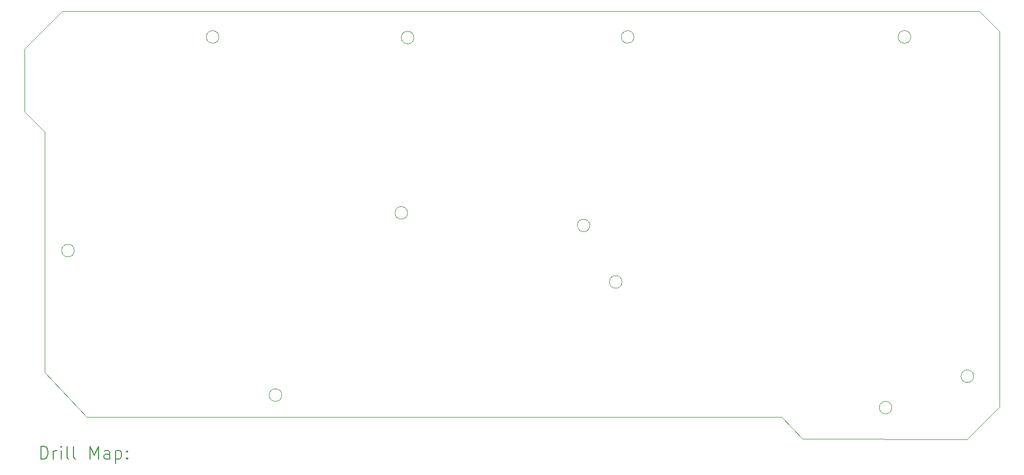
<source format=gbr>
%TF.GenerationSoftware,KiCad,Pcbnew,8.0.3-1.fc40*%
%TF.CreationDate,2024-07-09T23:55:10-04:00*%
%TF.ProjectId,boards_v3,626f6172-6473-45f7-9633-2e6b69636164,rev?*%
%TF.SameCoordinates,Original*%
%TF.FileFunction,Drillmap*%
%TF.FilePolarity,Positive*%
%FSLAX45Y45*%
G04 Gerber Fmt 4.5, Leading zero omitted, Abs format (unit mm)*
G04 Created by KiCad (PCBNEW 8.0.3-1.fc40) date 2024-07-09 23:55:10*
%MOMM*%
%LPD*%
G01*
G04 APERTURE LIST*
%ADD10C,0.050000*%
%ADD11C,0.200000*%
G04 APERTURE END LIST*
D10*
X6800000Y-6000000D02*
G75*
G02*
X6600000Y-6000000I-100000J0D01*
G01*
X6600000Y-6000000D02*
G75*
G02*
X6800000Y-6000000I100000J0D01*
G01*
X15000000Y-5600000D02*
G75*
G02*
X14800000Y-5600000I-100000J0D01*
G01*
X14800000Y-5600000D02*
G75*
G02*
X15000000Y-5600000I100000J0D01*
G01*
X19800000Y-8500000D02*
G75*
G02*
X19600000Y-8500000I-100000J0D01*
G01*
X19600000Y-8500000D02*
G75*
G02*
X19800000Y-8500000I100000J0D01*
G01*
X21100000Y-8000000D02*
G75*
G02*
X20900000Y-8000000I-100000J0D01*
G01*
X20900000Y-8000000D02*
G75*
G02*
X21100000Y-8000000I100000J0D01*
G01*
X21510000Y-2510000D02*
X21510000Y-8490000D01*
X20998153Y-9001847D01*
X18380000Y-9000000D01*
X18045043Y-8651086D01*
X7002225Y-8645950D01*
X6330000Y-7938053D01*
X6330000Y-5977568D01*
X6330000Y-4110000D01*
X6010000Y-3790000D01*
X6010000Y-2790000D01*
X6610000Y-2190000D01*
X21190000Y-2190000D01*
X21510000Y-2510000D01*
X15510000Y-6500000D02*
G75*
G02*
X15310000Y-6500000I-100000J0D01*
G01*
X15310000Y-6500000D02*
G75*
G02*
X15510000Y-6500000I100000J0D01*
G01*
X12200000Y-2610000D02*
G75*
G02*
X12000000Y-2610000I-100000J0D01*
G01*
X12000000Y-2610000D02*
G75*
G02*
X12200000Y-2610000I100000J0D01*
G01*
X20100000Y-2600000D02*
G75*
G02*
X19900000Y-2600000I-100000J0D01*
G01*
X19900000Y-2600000D02*
G75*
G02*
X20100000Y-2600000I100000J0D01*
G01*
X12100000Y-5400000D02*
G75*
G02*
X11900000Y-5400000I-100000J0D01*
G01*
X11900000Y-5400000D02*
G75*
G02*
X12100000Y-5400000I100000J0D01*
G01*
X15700000Y-2600000D02*
G75*
G02*
X15500000Y-2600000I-100000J0D01*
G01*
X15500000Y-2600000D02*
G75*
G02*
X15700000Y-2600000I100000J0D01*
G01*
X9100000Y-2600000D02*
G75*
G02*
X8900000Y-2600000I-100000J0D01*
G01*
X8900000Y-2600000D02*
G75*
G02*
X9100000Y-2600000I100000J0D01*
G01*
X10100000Y-8300000D02*
G75*
G02*
X9900000Y-8300000I-100000J0D01*
G01*
X9900000Y-8300000D02*
G75*
G02*
X10100000Y-8300000I100000J0D01*
G01*
D11*
X6268277Y-9315831D02*
X6268277Y-9115831D01*
X6268277Y-9115831D02*
X6315896Y-9115831D01*
X6315896Y-9115831D02*
X6344467Y-9125355D01*
X6344467Y-9125355D02*
X6363515Y-9144402D01*
X6363515Y-9144402D02*
X6373039Y-9163450D01*
X6373039Y-9163450D02*
X6382562Y-9201545D01*
X6382562Y-9201545D02*
X6382562Y-9230117D01*
X6382562Y-9230117D02*
X6373039Y-9268212D01*
X6373039Y-9268212D02*
X6363515Y-9287259D01*
X6363515Y-9287259D02*
X6344467Y-9306307D01*
X6344467Y-9306307D02*
X6315896Y-9315831D01*
X6315896Y-9315831D02*
X6268277Y-9315831D01*
X6468277Y-9315831D02*
X6468277Y-9182498D01*
X6468277Y-9220593D02*
X6477801Y-9201545D01*
X6477801Y-9201545D02*
X6487324Y-9192021D01*
X6487324Y-9192021D02*
X6506372Y-9182498D01*
X6506372Y-9182498D02*
X6525420Y-9182498D01*
X6592086Y-9315831D02*
X6592086Y-9182498D01*
X6592086Y-9115831D02*
X6582562Y-9125355D01*
X6582562Y-9125355D02*
X6592086Y-9134879D01*
X6592086Y-9134879D02*
X6601610Y-9125355D01*
X6601610Y-9125355D02*
X6592086Y-9115831D01*
X6592086Y-9115831D02*
X6592086Y-9134879D01*
X6715896Y-9315831D02*
X6696848Y-9306307D01*
X6696848Y-9306307D02*
X6687324Y-9287259D01*
X6687324Y-9287259D02*
X6687324Y-9115831D01*
X6820658Y-9315831D02*
X6801610Y-9306307D01*
X6801610Y-9306307D02*
X6792086Y-9287259D01*
X6792086Y-9287259D02*
X6792086Y-9115831D01*
X7049229Y-9315831D02*
X7049229Y-9115831D01*
X7049229Y-9115831D02*
X7115896Y-9258688D01*
X7115896Y-9258688D02*
X7182562Y-9115831D01*
X7182562Y-9115831D02*
X7182562Y-9315831D01*
X7363515Y-9315831D02*
X7363515Y-9211069D01*
X7363515Y-9211069D02*
X7353991Y-9192021D01*
X7353991Y-9192021D02*
X7334943Y-9182498D01*
X7334943Y-9182498D02*
X7296848Y-9182498D01*
X7296848Y-9182498D02*
X7277801Y-9192021D01*
X7363515Y-9306307D02*
X7344467Y-9315831D01*
X7344467Y-9315831D02*
X7296848Y-9315831D01*
X7296848Y-9315831D02*
X7277801Y-9306307D01*
X7277801Y-9306307D02*
X7268277Y-9287259D01*
X7268277Y-9287259D02*
X7268277Y-9268212D01*
X7268277Y-9268212D02*
X7277801Y-9249164D01*
X7277801Y-9249164D02*
X7296848Y-9239640D01*
X7296848Y-9239640D02*
X7344467Y-9239640D01*
X7344467Y-9239640D02*
X7363515Y-9230117D01*
X7458753Y-9182498D02*
X7458753Y-9382498D01*
X7458753Y-9192021D02*
X7477801Y-9182498D01*
X7477801Y-9182498D02*
X7515896Y-9182498D01*
X7515896Y-9182498D02*
X7534943Y-9192021D01*
X7534943Y-9192021D02*
X7544467Y-9201545D01*
X7544467Y-9201545D02*
X7553991Y-9220593D01*
X7553991Y-9220593D02*
X7553991Y-9277736D01*
X7553991Y-9277736D02*
X7544467Y-9296783D01*
X7544467Y-9296783D02*
X7534943Y-9306307D01*
X7534943Y-9306307D02*
X7515896Y-9315831D01*
X7515896Y-9315831D02*
X7477801Y-9315831D01*
X7477801Y-9315831D02*
X7458753Y-9306307D01*
X7639705Y-9296783D02*
X7649229Y-9306307D01*
X7649229Y-9306307D02*
X7639705Y-9315831D01*
X7639705Y-9315831D02*
X7630182Y-9306307D01*
X7630182Y-9306307D02*
X7639705Y-9296783D01*
X7639705Y-9296783D02*
X7639705Y-9315831D01*
X7639705Y-9192021D02*
X7649229Y-9201545D01*
X7649229Y-9201545D02*
X7639705Y-9211069D01*
X7639705Y-9211069D02*
X7630182Y-9201545D01*
X7630182Y-9201545D02*
X7639705Y-9192021D01*
X7639705Y-9192021D02*
X7639705Y-9211069D01*
M02*

</source>
